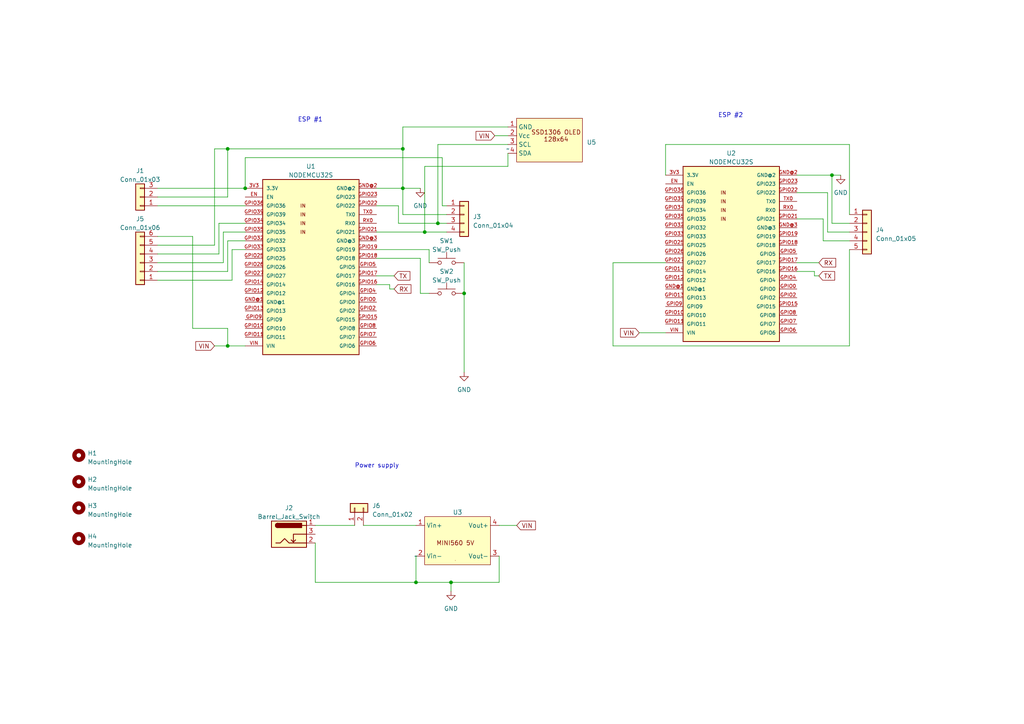
<source format=kicad_sch>
(kicad_sch (version 20230121) (generator eeschema)
  (paper "A4")
  (lib_symbols
    (symbol "1_custom_symbol_library:MINI_560_buck"
      (property "Reference" "U" (at 0 -6.35 0))
      (symbol "MINI_560_buck_0_1"
        (rectangle (start 11.43 -7.62) (end 11.43 -7.62))
      )
      (symbol "MINI_560_buck_1_1"
        (rectangle (start 2.54 5.08) (end 21.59 -8.89) (fill (type background)))
        (text "MINI560 5V" (at 11.43 -2.54 0) (effects (font (size 1.27 1.27))))
        (pin power_in line (at 0 2.54 0) (length 2.54) (name "Vin+") (number "1"))
        (pin power_in line (at 0 -6.35 0) (length 2.54) (name "Vin-") (number "2"))
        (pin power_out line (at 24.13 -6.35 180) (length 2.54) (name "Vout-") (number "3"))
        (pin power_out line (at 24.13 2.54 180) (length 2.54) (name "Vout+") (number "4"))
      )
    )
    (symbol "1_custom_symbol_library:SSD1306_OLED_128x64"
      (property "Reference" "U" (at 0 0 0))
      (symbol "SSD1306_OLED_128x64_1_1"
        (rectangle (start 2.54 8.89) (end 21.59 -3.81) (fill (type background)))
        (text "SSD1306 OLED\n128x64" (at 13.97 3.81 0) (effects (font (size 1.27 1.27))))
        (pin power_in line (at 0 6.35 0) (length 2.54) (name "GND") (number "1"))
        (pin power_in line (at 0 3.81 0) (length 2.54) (name "Vcc") (number "2"))
        (pin bidirectional line (at 0 1.27 0) (length 2.54) (name "SCL") (number "3"))
        (pin bidirectional line (at 0 -1.27 0) (length 2.54) (name "SDA") (number "4"))
      )
    )
    (symbol "Connector:Barrel_Jack_Switch" (pin_names hide)
      (property "Reference" "J" (at 0 5.334 0))
      (property "Value" "Barrel_Jack_Switch" (at 0 -5.08 0))
      (symbol "Barrel_Jack_Switch_0_1"
        (rectangle (start -5.08 3.81) (end 5.08 -3.81) (stroke (width 0.254)) (fill (type background)))
        (arc (start -3.302 3.175) (mid -3.9343 2.54) (end -3.302 1.905) (stroke (width 0.254)))
        (arc (start -3.302 3.175) (mid -3.9343 2.54) (end -3.302 1.905) (stroke (width 0.254)) (fill (type outline)))
        (polyline (pts (xy 1.27 -2.286) (xy 1.905 -1.651)) (stroke (width 0.254)))
        (polyline (pts (xy 5.08 2.54) (xy 3.81 2.54)) (stroke (width 0.254)))
        (polyline (pts (xy 5.08 0) (xy 1.27 0) (xy 1.27 -2.286) (xy 0.635 -1.651)) (stroke (width 0.254)))
        (polyline (pts (xy -3.81 -2.54) (xy -2.54 -2.54) (xy -1.27 -1.27) (xy 0 -2.54) (xy 2.54 -2.54) (xy 5.08 -2.54)) (stroke (width 0.254)))
        (rectangle (start 3.683 3.175) (end -3.302 1.905) (stroke (width 0.254)) (fill (type outline)))
      )
      (symbol "Barrel_Jack_Switch_1_1"
        (pin passive line (at 7.62 2.54 180) (length 2.54) (name "~") (number "1"))
        (pin passive line (at 7.62 -2.54 180) (length 2.54) (name "~") (number "2"))
        (pin passive line (at 7.62 0 180) (length 2.54) (name "~") (number "3"))
      )
    )
    (symbol "Connector_Generic:Conn_01x02" (pin_names (offset 1.016) hide)
      (property "Reference" "J" (at 0 2.54 0))
      (property "Value" "Conn_01x02" (at 0 -5.08 0))
      (symbol "Conn_01x02_1_1"
        (rectangle (start -1.27 -2.413) (end 0 -2.667) (stroke (width 0.1524)))
        (rectangle (start -1.27 0.127) (end 0 -0.127) (stroke (width 0.1524)))
        (rectangle (start -1.27 1.27) (end 1.27 -3.81) (stroke (width 0.254)) (fill (type background)))
        (pin passive line (at -5.08 0 0) (length 3.81) (name "Pin_1") (number "1"))
        (pin passive line (at -5.08 -2.54 0) (length 3.81) (name "Pin_2") (number "2"))
      )
    )
    (symbol "Connector_Generic:Conn_01x03" (pin_names (offset 1.016) hide)
      (property "Reference" "J" (at 0 5.08 0))
      (property "Value" "Conn_01x03" (at 0 -5.08 0))
      (symbol "Conn_01x03_1_1"
        (rectangle (start -1.27 -2.413) (end 0 -2.667) (stroke (width 0.1524)))
        (rectangle (start -1.27 0.127) (end 0 -0.127) (stroke (width 0.1524)))
        (rectangle (start -1.27 2.667) (end 0 2.413) (stroke (width 0.1524)))
        (rectangle (start -1.27 3.81) (end 1.27 -3.81) (stroke (width 0.254)) (fill (type background)))
        (pin passive line (at -5.08 2.54 0) (length 3.81) (name "Pin_1") (number "1"))
        (pin passive line (at -5.08 0 0) (length 3.81) (name "Pin_2") (number "2"))
        (pin passive line (at -5.08 -2.54 0) (length 3.81) (name "Pin_3") (number "3"))
      )
    )
    (symbol "Connector_Generic:Conn_01x04" (pin_names (offset 1.016) hide)
      (property "Reference" "J" (at 0 5.08 0))
      (property "Value" "Conn_01x04" (at 0 -7.62 0))
      (symbol "Conn_01x04_1_1"
        (rectangle (start -1.27 -4.953) (end 0 -5.207) (stroke (width 0.1524)))
        (rectangle (start -1.27 -2.413) (end 0 -2.667) (stroke (width 0.1524)))
        (rectangle (start -1.27 0.127) (end 0 -0.127) (stroke (width 0.1524)))
        (rectangle (start -1.27 2.667) (end 0 2.413) (stroke (width 0.1524)))
        (rectangle (start -1.27 3.81) (end 1.27 -6.35) (stroke (width 0.254)) (fill (type background)))
        (pin passive line (at -5.08 2.54 0) (length 3.81) (name "Pin_1") (number "1"))
        (pin passive line (at -5.08 0 0) (length 3.81) (name "Pin_2") (number "2"))
        (pin passive line (at -5.08 -2.54 0) (length 3.81) (name "Pin_3") (number "3"))
        (pin passive line (at -5.08 -5.08 0) (length 3.81) (name "Pin_4") (number "4"))
      )
    )
    (symbol "Connector_Generic:Conn_01x05" (pin_names (offset 1.016) hide)
      (property "Reference" "J" (at 0 7.62 0))
      (property "Value" "Conn_01x05" (at 0 -7.62 0))
      (symbol "Conn_01x05_1_1"
        (rectangle (start -1.27 -4.953) (end 0 -5.207) (stroke (width 0.1524)))
        (rectangle (start -1.27 -2.413) (end 0 -2.667) (stroke (width 0.1524)))
        (rectangle (start -1.27 0.127) (end 0 -0.127) (stroke (width 0.1524)))
        (rectangle (start -1.27 2.667) (end 0 2.413) (stroke (width 0.1524)))
        (rectangle (start -1.27 5.207) (end 0 4.953) (stroke (width 0.1524)))
        (rectangle (start -1.27 6.35) (end 1.27 -6.35) (stroke (width 0.254)) (fill (type background)))
        (pin passive line (at -5.08 5.08 0) (length 3.81) (name "Pin_1") (number "1"))
        (pin passive line (at -5.08 2.54 0) (length 3.81) (name "Pin_2") (number "2"))
        (pin passive line (at -5.08 0 0) (length 3.81) (name "Pin_3") (number "3"))
        (pin passive line (at -5.08 -2.54 0) (length 3.81) (name "Pin_4") (number "4"))
        (pin passive line (at -5.08 -5.08 0) (length 3.81) (name "Pin_5") (number "5"))
      )
    )
    (symbol "Connector_Generic:Conn_01x06" (pin_names (offset 1.016) hide)
      (property "Reference" "J" (at 0 7.62 0))
      (property "Value" "Conn_01x06" (at 0 -10.16 0))
      (symbol "Conn_01x06_1_1"
        (rectangle (start -1.27 -7.493) (end 0 -7.747) (stroke (width 0.1524)))
        (rectangle (start -1.27 -4.953) (end 0 -5.207) (stroke (width 0.1524)))
        (rectangle (start -1.27 -2.413) (end 0 -2.667) (stroke (width 0.1524)))
        (rectangle (start -1.27 0.127) (end 0 -0.127) (stroke (width 0.1524)))
        (rectangle (start -1.27 2.667) (end 0 2.413) (stroke (width 0.1524)))
        (rectangle (start -1.27 5.207) (end 0 4.953) (stroke (width 0.1524)))
        (rectangle (start -1.27 6.35) (end 1.27 -8.89) (stroke (width 0.254)) (fill (type background)))
        (pin passive line (at -5.08 5.08 0) (length 3.81) (name "Pin_1") (number "1"))
        (pin passive line (at -5.08 2.54 0) (length 3.81) (name "Pin_2") (number "2"))
        (pin passive line (at -5.08 0 0) (length 3.81) (name "Pin_3") (number "3"))
        (pin passive line (at -5.08 -2.54 0) (length 3.81) (name "Pin_4") (number "4"))
        (pin passive line (at -5.08 -5.08 0) (length 3.81) (name "Pin_5") (number "5"))
        (pin passive line (at -5.08 -7.62 0) (length 3.81) (name "Pin_6") (number "6"))
      )
    )
    (symbol "Mechanical:MountingHole" (pin_names (offset 1.016))
      (property "Reference" "H" (at 0 5.08 0))
      (property "Value" "MountingHole" (at 0 3.175 0))
      (symbol "MountingHole_0_1"
        (circle (center 0 0) (radius 1.27) (stroke (width 1.27)))
      )
    )
    (symbol "NODEMCU32S:NODEMCU32S" (pin_names (offset 1.016))
      (property "Reference" "U" (at -12.7 22.86 0))
      (property "Value" "NODEMCU32S" (at -12.7 -30.48 0))
      (symbol "NODEMCU32S_0_0"
        (rectangle (start -12.7 -27.94) (end 15.24 22.86) (stroke (width 0.254)) (fill (type background)))
        (text "IN" (at -1.905 7.62 0) (effects (font (size 1.016 1.016)) (justify left)))
        (text "IN" (at -1.905 10.16 0) (effects (font (size 1.016 1.016)) (justify left)))
        (text "IN" (at -1.905 12.7 0) (effects (font (size 1.016 1.016)) (justify left)))
        (text "IN" (at -1.905 15.24 0) (effects (font (size 1.016 1.016)) (justify left)))
        (pin bidirectional line (at -17.78 20.32 0) (length 5.08) (name "3.3V") (number "3V3"))
        (pin bidirectional line (at -17.78 17.78 0) (length 5.08) (name "EN") (number "EN"))
        (pin bidirectional line (at -17.78 -12.7 0) (length 5.08) (name "GND@1") (number "GND@1"))
        (pin bidirectional line (at 20.32 20.32 180) (length 5.08) (name "GND@2") (number "GND@2"))
        (pin bidirectional line (at 20.32 5.08 180) (length 5.08) (name "GND@3") (number "GND@3"))
        (pin bidirectional line (at 20.32 -12.7 180) (length 5.08) (name "GPIO0") (number "GPIO0"))
        (pin bidirectional line (at -17.78 -20.32 0) (length 5.08) (name "GPIO10") (number "GPIO10"))
        (pin bidirectional line (at -17.78 -22.86 0) (length 5.08) (name "GPIO11") (number "GPIO11"))
        (pin bidirectional line (at -17.78 -10.16 0) (length 5.08) (name "GPIO12") (number "GPIO12"))
        (pin bidirectional line (at -17.78 -15.24 0) (length 5.08) (name "GPIO13") (number "GPIO13"))
        (pin bidirectional line (at -17.78 -7.62 0) (length 5.08) (name "GPIO14") (number "GPIO14"))
        (pin bidirectional line (at 20.32 -17.78 180) (length 5.08) (name "GPIO15") (number "GPIO15"))
        (pin bidirectional line (at 20.32 -7.62 180) (length 5.08) (name "GPIO16") (number "GPIO16"))
        (pin bidirectional line (at 20.32 -5.08 180) (length 5.08) (name "GPIO17") (number "GPIO17"))
        (pin bidirectional line (at 20.32 0 180) (length 5.08) (name "GPIO18") (number "GPIO18"))
        (pin bidirectional line (at 20.32 2.54 180) (length 5.08) (name "GPIO19") (number "GPIO19"))
        (pin bidirectional line (at 20.32 -15.24 180) (length 5.08) (name "GPIO2") (number "GPIO2"))
        (pin bidirectional line (at 20.32 7.62 180) (length 5.08) (name "GPIO21") (number "GPIO21"))
        (pin bidirectional line (at 20.32 15.24 180) (length 5.08) (name "GPIO22") (number "GPIO22"))
        (pin bidirectional line (at 20.32 17.78 180) (length 5.08) (name "GPIO23") (number "GPIO23"))
        (pin bidirectional line (at -17.78 0 0) (length 5.08) (name "GPIO25") (number "GPIO25"))
        (pin bidirectional line (at -17.78 -2.54 0) (length 5.08) (name "GPIO26") (number "GPIO26"))
        (pin bidirectional line (at -17.78 -5.08 0) (length 5.08) (name "GPIO27") (number "GPIO27"))
        (pin bidirectional line (at -17.78 5.08 0) (length 5.08) (name "GPIO32") (number "GPIO32"))
        (pin bidirectional line (at -17.78 2.54 0) (length 5.08) (name "GPIO33") (number "GPIO33"))
        (pin input line (at -17.78 10.16 0) (length 5.08) (name "GPIO34") (number "GPIO34"))
        (pin input line (at -17.78 7.62 0) (length 5.08) (name "GPIO35") (number "GPIO35"))
        (pin input line (at -17.78 15.24 0) (length 5.08) (name "GPIO36") (number "GPIO36"))
        (pin input line (at -17.78 12.7 0) (length 5.08) (name "GPIO39") (number "GPIO39"))
        (pin bidirectional line (at 20.32 -10.16 180) (length 5.08) (name "GPIO4") (number "GPIO4"))
        (pin bidirectional line (at 20.32 -2.54 180) (length 5.08) (name "GPIO5") (number "GPIO5"))
        (pin bidirectional line (at 20.32 -25.4 180) (length 5.08) (name "GPIO6") (number "GPIO6"))
        (pin bidirectional line (at 20.32 -22.86 180) (length 5.08) (name "GPIO7") (number "GPIO7"))
        (pin bidirectional line (at 20.32 -20.32 180) (length 5.08) (name "GPIO8") (number "GPIO8"))
        (pin bidirectional line (at -17.78 -17.78 0) (length 5.08) (name "GPIO9") (number "GPIO9"))
        (pin bidirectional line (at 20.32 10.16 180) (length 5.08) (name "RX0") (number "RX0"))
        (pin bidirectional line (at 20.32 12.7 180) (length 5.08) (name "TX0") (number "TX0"))
        (pin bidirectional line (at -17.78 -25.4 0) (length 5.08) (name "VIN") (number "VIN"))
      )
    )
    (symbol "Switch:SW_Push" (pin_numbers hide) (pin_names (offset 1.016) hide)
      (property "Reference" "SW" (at 1.27 2.54 0))
      (property "Value" "SW_Push" (at 0 -1.524 0))
      (symbol "SW_Push_0_1"
        (circle (center -2.032 0) (radius 0.508))
        (polyline (pts (xy 0 1.27) (xy 0 3.048)))
        (polyline (pts (xy 2.54 1.27) (xy -2.54 1.27)))
        (circle (center 2.032 0) (radius 0.508))
        (pin passive line (at -5.08 0 0) (length 2.54) (name "1") (number "1"))
        (pin passive line (at 5.08 0 180) (length 2.54) (name "2") (number "2"))
      )
    )
    (symbol "power:GND" (power) (pin_names (offset 0))
      (property "Value" "GND" (at 0 -3.81 0))
      (symbol "GND_0_1"
        (polyline (pts (xy 0 0) (xy 0 -1.27) (xy 1.27 -1.27) (xy 0 -2.54) (xy -1.27 -1.27) (xy 0 -1.27)))
      )
      (symbol "GND_1_1"
        (pin power_in line (at 0 0 270) (length 0) hide (name "GND") (number "1"))
      )
    )
  )
  (junction (at 66.04 100.33))
  (junction (at 116.84 54.61))
  (junction (at 116.84 43.18))
  (junction (at 123.19 67.31))
  (junction (at 127 64.77))
  (junction (at 66.04 43.18))
  (junction (at 120.65 168.91))
  (junction (at 241.3 50.8))
  (junction (at 71.12 54.61))
  (junction (at 130.81 168.91))
  (junction (at 134.62 85.09))
  (wire (pts (xy 130.81 171.45) (xy 130.81 168.91)))
  (wire (pts (xy 231.14 63.5) (xy 238.76 63.5)))
  (wire (pts (xy 128.27 59.69) (xy 129.54 59.69)))
  (wire (pts (xy 120.65 161.29) (xy 120.65 168.91)))
  (wire (pts (xy 109.22 72.39) (xy 124.46 72.39)))
  (wire (pts (xy 124.46 72.39) (xy 124.46 76.2)))
  (wire (pts (xy 116.84 36.83) (xy 147.32 36.83)))
  (wire (pts (xy 240.03 67.31) (xy 240.03 55.88)))
  (wire (pts (xy 45.72 68.58) (xy 55.88 68.58)))
  (wire (pts (xy 66.04 69.85) (xy 71.12 69.85)))
  (wire (pts (xy 55.88 95.25) (xy 66.04 95.25)))
  (wire (pts (xy 66.04 100.33) (xy 71.12 100.33)))
  (wire (pts (xy 66.04 78.74) (xy 66.04 69.85)))
  (wire (pts (xy 62.23 43.18) (xy 66.04 43.18)))
  (wire (pts (xy 134.62 85.09) (xy 134.62 107.95)))
  (wire (pts (xy 45.72 73.66) (xy 63.5 73.66)))
  (wire (pts (xy 246.38 100.33) (xy 177.8 100.33)))
  (wire (pts (xy 109.22 67.31) (xy 123.19 67.31)))
  (wire (pts (xy 116.84 54.61) (xy 109.22 54.61)))
  (wire (pts (xy 45.72 78.74) (xy 66.04 78.74)))
  (wire (pts (xy 116.84 62.23) (xy 116.84 54.61)))
  (wire (pts (xy 240.03 55.88) (xy 231.14 55.88)))
  (wire (pts (xy 120.65 168.91) (xy 130.81 168.91)))
  (wire (pts (xy 62.23 100.33) (xy 66.04 100.33)))
  (wire (pts (xy 67.31 72.39) (xy 71.12 72.39)))
  (wire (pts (xy 147.32 41.91) (xy 127 41.91)))
  (wire (pts (xy 246.38 41.91) (xy 246.38 62.23)))
  (wire (pts (xy 64.77 67.31) (xy 71.12 67.31)))
  (wire (pts (xy 45.72 59.69) (xy 71.12 59.69)))
  (wire (pts (xy 238.76 69.85) (xy 238.76 63.5)))
  (wire (pts (xy 55.88 68.58) (xy 55.88 95.25)))
  (wire (pts (xy 246.38 72.39) (xy 246.38 100.33)))
  (wire (pts (xy 144.78 168.91) (xy 144.78 161.29)))
  (wire (pts (xy 246.38 69.85) (xy 238.76 69.85)))
  (wire (pts (xy 134.62 76.2) (xy 134.62 85.09)))
  (wire (pts (xy 246.38 64.77) (xy 241.3 64.77)))
  (wire (pts (xy 123.19 67.31) (xy 129.54 67.31)))
  (wire (pts (xy 109.22 59.69) (xy 115.57 59.69)))
  (wire (pts (xy 246.38 67.31) (xy 240.03 67.31)))
  (wire (pts (xy 177.8 100.33) (xy 177.8 76.2)))
  (wire (pts (xy 63.5 64.77) (xy 71.12 64.77)))
  (wire (pts (xy 45.72 76.2) (xy 64.77 76.2)))
  (wire (pts (xy 129.54 62.23) (xy 116.84 62.23)))
  (wire (pts (xy 144.78 152.4) (xy 149.86 152.4)))
  (wire (pts (xy 121.92 74.93) (xy 109.22 74.93)))
  (wire (pts (xy 124.46 85.09) (xy 121.92 85.09)))
  (wire (pts (xy 143.51 39.37) (xy 147.32 39.37)))
  (wire (pts (xy 45.72 57.15) (xy 66.04 57.15)))
  (wire (pts (xy 193.04 41.91) (xy 246.38 41.91)))
  (wire (pts (xy 127 64.77) (xy 129.54 64.77)))
  (wire (pts (xy 127 41.91) (xy 127 64.77)))
  (wire (pts (xy 66.04 57.15) (xy 66.04 43.18)))
  (wire (pts (xy 147.32 48.26) (xy 147.32 44.45)))
  (wire (pts (xy 113.03 83.82) (xy 113.03 82.55)))
  (wire (pts (xy 66.04 43.18) (xy 116.84 43.18)))
  (wire (pts (xy 63.5 73.66) (xy 63.5 64.77)))
  (wire (pts (xy 116.84 43.18) (xy 116.84 54.61)))
  (wire (pts (xy 193.04 50.8) (xy 193.04 41.91)))
  (wire (pts (xy 236.22 78.74) (xy 231.14 78.74)))
  (wire (pts (xy 105.41 152.4) (xy 120.65 152.4)))
  (wire (pts (xy 121.92 54.61) (xy 116.84 54.61)))
  (wire (pts (xy 45.72 71.12) (xy 62.23 71.12)))
  (wire (pts (xy 45.72 54.61) (xy 71.12 54.61)))
  (wire (pts (xy 236.22 80.01) (xy 236.22 78.74)))
  (wire (pts (xy 128.27 45.72) (xy 128.27 59.69)))
  (wire (pts (xy 115.57 64.77) (xy 127 64.77)))
  (wire (pts (xy 231.14 76.2) (xy 237.49 76.2)))
  (wire (pts (xy 71.12 45.72) (xy 71.12 54.61)))
  (wire (pts (xy 185.42 96.52) (xy 193.04 96.52)))
  (wire (pts (xy 114.3 83.82) (xy 113.03 83.82)))
  (wire (pts (xy 91.44 152.4) (xy 102.87 152.4)))
  (wire (pts (xy 130.81 168.91) (xy 144.78 168.91)))
  (wire (pts (xy 116.84 36.83) (xy 116.84 43.18)))
  (wire (pts (xy 241.3 64.77) (xy 241.3 50.8)))
  (wire (pts (xy 45.72 81.28) (xy 67.31 81.28)))
  (wire (pts (xy 109.22 80.01) (xy 114.3 80.01)))
  (wire (pts (xy 67.31 81.28) (xy 67.31 72.39)))
  (wire (pts (xy 237.49 80.01) (xy 236.22 80.01)))
  (wire (pts (xy 113.03 82.55) (xy 109.22 82.55)))
  (wire (pts (xy 177.8 76.2) (xy 193.04 76.2)))
  (wire (pts (xy 121.92 85.09) (xy 121.92 74.93)))
  (wire (pts (xy 91.44 168.91) (xy 120.65 168.91)))
  (wire (pts (xy 91.44 157.48) (xy 91.44 168.91)))
  (wire (pts (xy 64.77 76.2) (xy 64.77 67.31)))
  (wire (pts (xy 231.14 50.8) (xy 241.3 50.8)))
  (wire (pts (xy 241.3 50.8) (xy 243.84 50.8)))
  (wire (pts (xy 71.12 45.72) (xy 128.27 45.72)))
  (wire (pts (xy 66.04 95.25) (xy 66.04 100.33)))
  (wire (pts (xy 115.57 59.69) (xy 115.57 64.77)))
  (wire (pts (xy 62.23 71.12) (xy 62.23 43.18)))
  (wire (pts (xy 123.19 48.26) (xy 123.19 67.31)))
  (wire (pts (xy 123.19 48.26) (xy 147.32 48.26)))
  (text "Power supply" (at 102.87 135.89 0) (effects (font (size 1.27 1.27)) (justify left bottom)))
  (text "ESP #1" (at 86.36 35.56 0) (effects (font (size 1.27 1.27)) (justify left bottom)))
  (text "ESP #2" (at 208.28 34.29 0) (effects (font (size 1.27 1.27)) (justify left bottom)))
  (global_label "VIN" (shape input) (at 62.23 100.33 180) (property "Intersheetrefs" "${INTERSHEET_REFS}" (effects hide)))
  (global_label "VIN" (shape input) (at 185.42 96.52 180) (property "Intersheetrefs" "${INTERSHEET_REFS}" (effects hide)))
  (global_label "RX" (shape input) (at 114.3 83.82 0) (property "Intersheetrefs" "${INTERSHEET_REFS}" (effects hide)))
  (global_label "VIN" (shape input) (at 143.51 39.37 180) (property "Intersheetrefs" "${INTERSHEET_REFS}" (effects hide)))
  (global_label "RX" (shape input) (at 237.49 76.2 0) (property "Intersheetrefs" "${INTERSHEET_REFS}" (effects hide)))
  (global_label "VIN" (shape input) (at 149.86 152.4 0) (property "Intersheetrefs" "${INTERSHEET_REFS}" (effects hide)))
  (global_label "TX" (shape input) (at 114.3 80.01 0) (property "Intersheetrefs" "${INTERSHEET_REFS}" (effects hide)))
  (global_label "TX" (shape input) (at 237.49 80.01 0) (property "Intersheetrefs" "${INTERSHEET_REFS}" (effects hide)))
  (symbol (lib_id "power:GND") (at 134.62 107.95 0) (unit 1)
    (property "Reference" "#PWR04" (effects hide))
    (property "Value" "GND" (at 134.62 113.03 0))
  )
  (symbol (lib_id "Connector_Generic:Conn_01x02") (at 102.87 147.32 90) (unit 1)
    (property "Reference" "J6" (at 107.95 146.685 90) (effects (justify right)))
    (property "Value" "Conn_01x02" (at 107.95 149.225 90) (effects (justify right)))
    (property "Footprint" "Connector_JST:JST_XH_B2B-XH-A_1x02_P2.50mm_Vertical" (effects hide))
  )
  (symbol (lib_id "Mechanical:MountingHole") (at 22.86 147.32 0) (unit 1)
    (property "Reference" "H3" (at 25.4 146.685 0) (effects (justify left)))
    (property "Value" "MountingHole" (at 25.4 149.225 0) (effects (justify left)))
    (property "Footprint" "MountingHole:MountingHole_3.2mm_M3_DIN965_Pad" (effects hide))
  )
  (symbol (lib_id "Connector:Barrel_Jack_Switch") (at 83.82 154.94 0) (unit 1)
    (property "Reference" "J2" (at 83.82 147.32 0))
    (property "Value" "Barrel_Jack_Switch" (at 83.82 149.86 0))
    (property "Footprint" "Connector_BarrelJack:BarrelJack_Wuerth_6941xx301002" (effects hide))
  )
  (symbol (lib_id "power:GND") (at 130.81 171.45 0) (unit 1)
    (property "Reference" "#PWR01" (effects hide))
    (property "Value" "GND" (at 130.81 176.53 0))
  )
  (symbol (lib_id "Mechanical:MountingHole") (at 22.86 139.7 0) (unit 1)
    (property "Reference" "H2" (at 25.4 139.065 0) (effects (justify left)))
    (property "Value" "MountingHole" (at 25.4 141.605 0) (effects (justify left)))
    (property "Footprint" "MountingHole:MountingHole_3.2mm_M3_DIN965_Pad" (effects hide))
  )
  (symbol (lib_id "Switch:SW_Push") (at 129.54 85.09 0) (unit 1)
    (property "Reference" "SW2" (at 129.54 78.74 0))
    (property "Value" "SW_Push" (at 129.54 81.28 0))
    (property "Footprint" "Button_Switch_THT:SW_PUSH-12mm" (effects hide))
  )
  (symbol (lib_id "Connector_Generic:Conn_01x04") (at 134.62 62.23 0) (unit 1)
    (property "Reference" "J3" (at 137.16 62.865 0) (effects (justify left)))
    (property "Value" "Conn_01x04" (at 137.16 65.405 0) (effects (justify left)))
    (property "Footprint" "Connector_JST:JST_XH_S4B-XH-A_1x04_P2.50mm_Horizontal" (effects hide))
  )
  (symbol (lib_id "NODEMCU32S:NODEMCU32S") (at 88.9 74.93 0) (unit 1)
    (property "Reference" "U1" (at 90.17 48.26 0))
    (property "Value" "NODEMCU32S" (at 90.17 50.8 0))
    (property "Footprint" "NODEMCU32S" (effects hide))
  )
  (symbol (lib_id "1_custom_symbol_library:SSD1306_OLED_128x64") (at 147.32 43.18 0) (unit 1)
    (property "Reference" "U5" (at 170.18 41.275 0) (effects (justify left)))
    (property "Value" "~" (at 147.32 43.18 0))
    (property "Footprint" "1_custom_library:SSD1306_OLED_128x64" (effects hide))
  )
  (symbol (lib_id "power:GND") (at 243.84 50.8 0) (unit 1)
    (property "Reference" "#PWR02" (effects hide))
    (property "Value" "GND" (at 243.84 55.88 0))
  )
  (symbol (lib_id "power:GND") (at 121.92 54.61 0) (unit 1)
    (property "Reference" "#PWR03" (effects hide))
    (property "Value" "GND" (at 121.92 59.69 0))
  )
  (symbol (lib_id "Connector_Generic:Conn_01x05") (at 251.46 67.31 0) (unit 1)
    (property "Reference" "J4" (at 254 66.675 0) (effects (justify left)))
    (property "Value" "Conn_01x05" (at 254 69.215 0) (effects (justify left)))
    (property "Footprint" "Connector_JST:JST_XH_S5B-XH-A_1x05_P2.50mm_Horizontal" (effects hide))
  )
  (symbol (lib_id "Connector_Generic:Conn_01x03") (at 40.64 57.15 180) (unit 1)
    (property "Reference" "J1" (at 40.64 49.53 0))
    (property "Value" "Conn_01x03" (at 40.64 52.07 0))
    (property "Footprint" "Connector_JST:JST_XH_S3B-XH-A_1x03_P2.50mm_Horizontal" (effects hide))
  )
  (symbol (lib_id "Connector_Generic:Conn_01x06") (at 40.64 76.2 180) (unit 1)
    (property "Reference" "J5" (at 40.64 63.5 0))
    (property "Value" "Conn_01x06" (at 40.64 66.04 0))
    (property "Footprint" "Connector_JST:JST_XH_S6B-XH-A_1x06_P2.50mm_Horizontal" (effects hide))
  )
  (symbol (lib_id "1_custom_symbol_library:MINI_560_buck") (at 120.65 154.94 0) (unit 1)
    (property "Reference" "U3" (at 132.715 148.59 0))
    (property "Value" "~" (at 120.65 161.29 0))
    (property "Footprint" "1_custom_library:MINI_560_buck" (effects hide))
  )
  (symbol (lib_id "Mechanical:MountingHole") (at 22.86 156.21 0) (unit 1)
    (property "Reference" "H4" (at 25.4 155.575 0) (effects (justify left)))
    (property "Value" "MountingHole" (at 25.4 158.115 0) (effects (justify left)))
    (property "Footprint" "MountingHole:MountingHole_3.2mm_M3_DIN965_Pad" (effects hide))
  )
  (symbol (lib_id "Switch:SW_Push") (at 129.54 76.2 0) (unit 1)
    (property "Reference" "SW1" (at 129.54 69.85 0))
    (property "Value" "SW_Push" (at 129.54 72.39 0))
    (property "Footprint" "Button_Switch_THT:SW_PUSH-12mm" (effects hide))
  )
  (symbol (lib_id "NODEMCU32S:NODEMCU32S") (at 210.82 71.12 0) (unit 1)
    (property "Reference" "U2" (at 212.09 44.45 0))
    (property "Value" "NODEMCU32S" (at 212.09 46.99 0))
    (property "Footprint" "NODEMCU32S" (effects hide))
  )
  (symbol (lib_id "Mechanical:MountingHole") (at 22.86 132.08 0) (unit 1)
    (property "Reference" "H1" (at 25.4 131.445 0) (effects (justify left)))
    (property "Value" "MountingHole" (at 25.4 133.985 0) (effects (justify left)))
    (property "Footprint" "MountingHole:MountingHole_3.2mm_M3_DIN965_Pad" (effects hide))
  )
)
</source>
